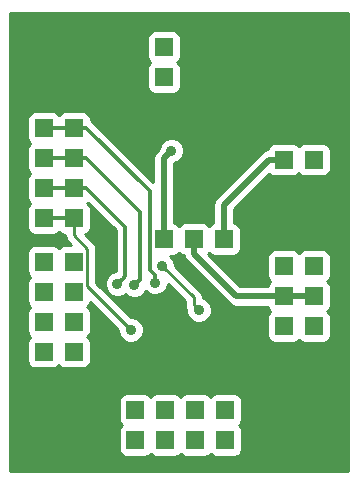
<source format=gbr>
G04 #@! TF.FileFunction,Copper,L1,Top,Signal*
%FSLAX46Y46*%
G04 Gerber Fmt 4.6, Leading zero omitted, Abs format (unit mm)*
G04 Created by KiCad (PCBNEW 0.201503251001+5534~22~ubuntu14.04.1-product) date St 25. březen 2015, 23:52:07 CET*
%MOMM*%
G01*
G04 APERTURE LIST*
%ADD10C,0.300000*%
%ADD11R,1.524000X1.524000*%
%ADD12C,6.000000*%
%ADD13C,0.889000*%
%ADD14C,0.500000*%
%ADD15C,0.254000*%
G04 APERTURE END LIST*
D10*
D11*
X11430000Y34290000D03*
X11430000Y36830000D03*
X13970000Y34290000D03*
X13970000Y36830000D03*
X16510000Y34290000D03*
X16510000Y36830000D03*
X3810000Y13589000D03*
X6350000Y13589000D03*
X3810000Y11049000D03*
X6350000Y11049000D03*
X6350000Y18669000D03*
X3810000Y18669000D03*
X3810000Y16129000D03*
X6350000Y16129000D03*
X24130000Y29845000D03*
X26670000Y29845000D03*
X24130000Y27305000D03*
X26670000Y27305000D03*
X24130000Y24765000D03*
X26670000Y24765000D03*
X11557000Y3556000D03*
X11557000Y6096000D03*
X14097000Y3556000D03*
X14097000Y6096000D03*
X16637000Y6096000D03*
X16637000Y3556000D03*
X19177000Y6096000D03*
X19177000Y3556000D03*
X6350000Y27432000D03*
X3810000Y27432000D03*
X3810000Y24892000D03*
X6350000Y24892000D03*
X6350000Y22352000D03*
X3810000Y22352000D03*
X3810000Y29972000D03*
X6350000Y29972000D03*
X13970000Y20574000D03*
X16510000Y20574000D03*
X19050000Y20574000D03*
X24130000Y20828000D03*
X26670000Y20828000D03*
X24130000Y18288000D03*
X26670000Y18288000D03*
X24130000Y15748000D03*
X26670000Y15748000D03*
X24130000Y13208000D03*
X26670000Y13208000D03*
X24130000Y10668000D03*
X26670000Y10668000D03*
D12*
X5080000Y35560000D03*
X5080000Y5080000D03*
X25400000Y35560000D03*
X25400000Y5080000D03*
D13*
X14605000Y28067000D03*
X24130000Y27305000D03*
X13843000Y18288000D03*
X16930231Y14565769D03*
X11477518Y16700488D03*
X10034704Y16777689D03*
X11176000Y12890500D03*
X13208000Y16890999D03*
D14*
X13970000Y27432000D02*
X14605000Y28067000D01*
X13970000Y20574000D02*
X13970000Y27432000D01*
X22868000Y27305000D02*
X24130000Y27305000D01*
X19050000Y23487000D02*
X22868000Y27305000D01*
X19050000Y20574000D02*
X19050000Y23487000D01*
D15*
X16930231Y14565769D02*
X16485732Y15010268D01*
X16485732Y15010268D02*
X16485732Y15645268D01*
X16485732Y15645268D02*
X13843000Y18288000D01*
D10*
X11938000Y22906000D02*
X11938000Y17160970D01*
X7412000Y27432000D02*
X11938000Y22906000D01*
X6350000Y27432000D02*
X7412000Y27432000D01*
X11922017Y17144987D02*
X11477518Y16700488D01*
X11938000Y17160970D02*
X11922017Y17144987D01*
X6350000Y27432000D02*
X3810000Y27432000D01*
X10667999Y17410984D02*
X10479203Y17222188D01*
X10479203Y17222188D02*
X10034704Y16777689D01*
X10667999Y21636001D02*
X10667999Y17410984D01*
X7412000Y24892000D02*
X10667999Y21636001D01*
X6350000Y24892000D02*
X7412000Y24892000D01*
X6350000Y24892000D02*
X3810000Y24892000D01*
D15*
X10731501Y13334999D02*
X11176000Y12890500D01*
X7493001Y16573499D02*
X10731501Y13334999D01*
X7493001Y19735801D02*
X7493001Y16573499D01*
X6350000Y20878802D02*
X7493001Y19735801D01*
X6350000Y22352000D02*
X6350000Y20878802D01*
D10*
X6350000Y22352000D02*
X3810000Y22352000D01*
D14*
X24130000Y15748000D02*
X26670000Y15748000D01*
X16510000Y20574000D02*
X16510000Y19312000D01*
X16510000Y19312000D02*
X20074000Y15748000D01*
X20074000Y15748000D02*
X22868000Y15748000D01*
X22868000Y15748000D02*
X24130000Y15748000D01*
D10*
X13208000Y17519616D02*
X13208000Y16890999D01*
X12763509Y17964107D02*
X13208000Y17519616D01*
X7412000Y29972000D02*
X12763509Y24620491D01*
X6350000Y29972000D02*
X7412000Y29972000D01*
X12763509Y24620491D02*
X12763509Y17964107D01*
X6350000Y29972000D02*
X3810000Y29972000D01*
D15*
G36*
X29541000Y939000D02*
X28079440Y939000D01*
X28079440Y12446000D01*
X28079440Y13970000D01*
X28032463Y14212123D01*
X27892673Y14424927D01*
X27814458Y14477723D01*
X27886927Y14525327D01*
X28029377Y14736360D01*
X28079440Y14986000D01*
X28079440Y16510000D01*
X28032463Y16752123D01*
X27892673Y16964927D01*
X27814458Y17017723D01*
X27886927Y17065327D01*
X28029377Y17276360D01*
X28079440Y17526000D01*
X28079440Y19050000D01*
X28032463Y19292123D01*
X27892673Y19504927D01*
X27681640Y19647377D01*
X27432000Y19697440D01*
X25908000Y19697440D01*
X25665877Y19650463D01*
X25453073Y19510673D01*
X25400277Y19432459D01*
X25352673Y19504927D01*
X25141640Y19647377D01*
X24892000Y19697440D01*
X23368000Y19697440D01*
X23125877Y19650463D01*
X22913073Y19510673D01*
X22770623Y19299640D01*
X22720560Y19050000D01*
X22720560Y17526000D01*
X22767537Y17283877D01*
X22907327Y17071073D01*
X22985541Y17018278D01*
X22913073Y16970673D01*
X22770623Y16759640D01*
X22745226Y16633000D01*
X20440579Y16633000D01*
X17724105Y19349474D01*
X17726927Y19351327D01*
X17779722Y19429542D01*
X17827327Y19357073D01*
X18038360Y19214623D01*
X18288000Y19164560D01*
X19812000Y19164560D01*
X20054123Y19211537D01*
X20266927Y19351327D01*
X20409377Y19562360D01*
X20459440Y19812000D01*
X20459440Y21336000D01*
X20412463Y21578123D01*
X20272673Y21790927D01*
X20061640Y21933377D01*
X19935000Y21958774D01*
X19935000Y23120421D01*
X22905473Y26090895D01*
X22907327Y26088073D01*
X23118360Y25945623D01*
X23368000Y25895560D01*
X24892000Y25895560D01*
X25134123Y25942537D01*
X25346927Y26082327D01*
X25399722Y26160542D01*
X25447327Y26088073D01*
X25658360Y25945623D01*
X25908000Y25895560D01*
X27432000Y25895560D01*
X27674123Y25942537D01*
X27886927Y26082327D01*
X28029377Y26293360D01*
X28079440Y26543000D01*
X28079440Y28067000D01*
X28032463Y28309123D01*
X27892673Y28521927D01*
X27681640Y28664377D01*
X27432000Y28714440D01*
X25908000Y28714440D01*
X25665877Y28667463D01*
X25453073Y28527673D01*
X25400277Y28449459D01*
X25352673Y28521927D01*
X25141640Y28664377D01*
X24892000Y28714440D01*
X23368000Y28714440D01*
X23125877Y28667463D01*
X22913073Y28527673D01*
X22770623Y28316640D01*
X22740125Y28164565D01*
X22529325Y28122633D01*
X22242210Y27930790D01*
X22242207Y27930787D01*
X18424210Y24112790D01*
X18232367Y23825675D01*
X18221189Y23769485D01*
X18164999Y23487000D01*
X18165000Y23486994D01*
X18165000Y21959576D01*
X18045877Y21936463D01*
X17833073Y21796673D01*
X17780277Y21718459D01*
X17732673Y21790927D01*
X17521640Y21933377D01*
X17272000Y21983440D01*
X15748000Y21983440D01*
X15505877Y21936463D01*
X15293073Y21796673D01*
X15240277Y21718459D01*
X15192673Y21790927D01*
X14981640Y21933377D01*
X14855000Y21958774D01*
X14855000Y27002278D01*
X15215689Y27151311D01*
X15519622Y27454714D01*
X15684313Y27851332D01*
X15684687Y28280784D01*
X15520689Y28677689D01*
X15379440Y28819184D01*
X15379440Y33528000D01*
X15379440Y35052000D01*
X15332463Y35294123D01*
X15192673Y35506927D01*
X15114458Y35559723D01*
X15186927Y35607327D01*
X15329377Y35818360D01*
X15379440Y36068000D01*
X15379440Y37592000D01*
X15332463Y37834123D01*
X15192673Y38046927D01*
X14981640Y38189377D01*
X14732000Y38239440D01*
X13208000Y38239440D01*
X12965877Y38192463D01*
X12753073Y38052673D01*
X12610623Y37841640D01*
X12560560Y37592000D01*
X12560560Y36068000D01*
X12607537Y35825877D01*
X12747327Y35613073D01*
X12825541Y35560278D01*
X12753073Y35512673D01*
X12610623Y35301640D01*
X12560560Y35052000D01*
X12560560Y33528000D01*
X12607537Y33285877D01*
X12747327Y33073073D01*
X12958360Y32930623D01*
X13208000Y32880560D01*
X14732000Y32880560D01*
X14974123Y32927537D01*
X15186927Y33067327D01*
X15329377Y33278360D01*
X15379440Y33528000D01*
X15379440Y28819184D01*
X15217286Y28981622D01*
X14820668Y29146313D01*
X14391216Y29146687D01*
X13994311Y28982689D01*
X13690378Y28679286D01*
X13525687Y28282668D01*
X13525649Y28239229D01*
X13344210Y28057790D01*
X13152367Y27770675D01*
X13141189Y27714485D01*
X13084999Y27432000D01*
X13085000Y27431994D01*
X13085000Y25409158D01*
X7967079Y30527079D01*
X7759440Y30665818D01*
X7759440Y30734000D01*
X7712463Y30976123D01*
X7572673Y31188927D01*
X7361640Y31331377D01*
X7112000Y31381440D01*
X5588000Y31381440D01*
X5345877Y31334463D01*
X5133073Y31194673D01*
X5080277Y31116459D01*
X5032673Y31188927D01*
X4821640Y31331377D01*
X4572000Y31381440D01*
X3048000Y31381440D01*
X2805877Y31334463D01*
X2593073Y31194673D01*
X2450623Y30983640D01*
X2400560Y30734000D01*
X2400560Y29210000D01*
X2447537Y28967877D01*
X2587327Y28755073D01*
X2665541Y28702278D01*
X2593073Y28654673D01*
X2450623Y28443640D01*
X2400560Y28194000D01*
X2400560Y26670000D01*
X2447537Y26427877D01*
X2587327Y26215073D01*
X2665541Y26162278D01*
X2593073Y26114673D01*
X2450623Y25903640D01*
X2400560Y25654000D01*
X2400560Y24130000D01*
X2447537Y23887877D01*
X2587327Y23675073D01*
X2665541Y23622278D01*
X2593073Y23574673D01*
X2450623Y23363640D01*
X2400560Y23114000D01*
X2400560Y21590000D01*
X2447537Y21347877D01*
X2587327Y21135073D01*
X2798360Y20992623D01*
X3048000Y20942560D01*
X4572000Y20942560D01*
X4814123Y20989537D01*
X5026927Y21129327D01*
X5079722Y21207542D01*
X5127327Y21135073D01*
X5338360Y20992623D01*
X5588000Y20942560D01*
X5588000Y20878802D01*
X5646004Y20587197D01*
X5811185Y20339987D01*
X6072731Y20078440D01*
X5588000Y20078440D01*
X5345877Y20031463D01*
X5133073Y19891673D01*
X5080277Y19813459D01*
X5032673Y19885927D01*
X4821640Y20028377D01*
X4572000Y20078440D01*
X3048000Y20078440D01*
X2805877Y20031463D01*
X2593073Y19891673D01*
X2450623Y19680640D01*
X2400560Y19431000D01*
X2400560Y17907000D01*
X2447537Y17664877D01*
X2587327Y17452073D01*
X2665541Y17399278D01*
X2593073Y17351673D01*
X2450623Y17140640D01*
X2400560Y16891000D01*
X2400560Y15367000D01*
X2447537Y15124877D01*
X2587327Y14912073D01*
X2665541Y14859278D01*
X2593073Y14811673D01*
X2450623Y14600640D01*
X2400560Y14351000D01*
X2400560Y12827000D01*
X2447537Y12584877D01*
X2587327Y12372073D01*
X2665541Y12319278D01*
X2593073Y12271673D01*
X2450623Y12060640D01*
X2400560Y11811000D01*
X2400560Y10287000D01*
X2447537Y10044877D01*
X2587327Y9832073D01*
X2798360Y9689623D01*
X3048000Y9639560D01*
X4572000Y9639560D01*
X4814123Y9686537D01*
X5026927Y9826327D01*
X5079722Y9904542D01*
X5127327Y9832073D01*
X5338360Y9689623D01*
X5588000Y9639560D01*
X7112000Y9639560D01*
X7354123Y9686537D01*
X7566927Y9826327D01*
X7709377Y10037360D01*
X7759440Y10287000D01*
X7759440Y11811000D01*
X7712463Y12053123D01*
X7572673Y12265927D01*
X7494458Y12318723D01*
X7566927Y12366327D01*
X7709377Y12577360D01*
X7759440Y12827000D01*
X7759440Y14351000D01*
X7712463Y14593123D01*
X7572673Y14805927D01*
X7494458Y14858723D01*
X7566927Y14906327D01*
X7709377Y15117360D01*
X7736459Y15252410D01*
X10096500Y12892369D01*
X10096313Y12676716D01*
X10260311Y12279811D01*
X10563714Y11975878D01*
X10960332Y11811187D01*
X11389784Y11810813D01*
X11786689Y11974811D01*
X12090622Y12278214D01*
X12255313Y12674832D01*
X12255687Y13104284D01*
X12091689Y13501189D01*
X11788286Y13805122D01*
X11391668Y13969813D01*
X11174128Y13970003D01*
X8255001Y16889129D01*
X8255001Y19735801D01*
X8196998Y20027405D01*
X8196997Y20027406D01*
X8031817Y20274616D01*
X7322944Y20983488D01*
X7354123Y20989537D01*
X7566927Y21129327D01*
X7709377Y21340360D01*
X7759440Y21590000D01*
X7759440Y23114000D01*
X7712463Y23356123D01*
X7572673Y23568927D01*
X7494458Y23621723D01*
X7541329Y23652513D01*
X9882999Y21310843D01*
X9882999Y17857322D01*
X9820920Y17857376D01*
X9424015Y17693378D01*
X9120082Y17389975D01*
X8955391Y16993357D01*
X8955017Y16563905D01*
X9119015Y16167000D01*
X9422418Y15863067D01*
X9819036Y15698376D01*
X10248488Y15698002D01*
X10645393Y15862000D01*
X10717437Y15933919D01*
X10865232Y15785866D01*
X11261850Y15621175D01*
X11691302Y15620801D01*
X12088207Y15784799D01*
X12392140Y16088202D01*
X12419150Y16153250D01*
X12595714Y15976377D01*
X12992332Y15811686D01*
X13421784Y15811312D01*
X13818689Y15975310D01*
X14122622Y16278713D01*
X14287313Y16675331D01*
X14287391Y16765978D01*
X15723732Y15329637D01*
X15723732Y15010268D01*
X15781736Y14718663D01*
X15850773Y14615343D01*
X15850773Y14615342D01*
X15850544Y14351985D01*
X16014542Y13955080D01*
X16317945Y13651147D01*
X16714563Y13486456D01*
X17144015Y13486082D01*
X17540920Y13650080D01*
X17844853Y13953483D01*
X18009544Y14350101D01*
X18009918Y14779553D01*
X17845920Y15176458D01*
X17542517Y15480391D01*
X17247732Y15602797D01*
X17247732Y15645268D01*
X17189728Y15936873D01*
X17024547Y16184083D01*
X17024547Y16184084D01*
X14922499Y18286132D01*
X14922687Y18501784D01*
X14758689Y18898689D01*
X14493281Y19164560D01*
X14732000Y19164560D01*
X14974123Y19211537D01*
X15186927Y19351327D01*
X15239722Y19429542D01*
X15287327Y19357073D01*
X15498360Y19214623D01*
X15650435Y19184126D01*
X15681189Y19029516D01*
X15692367Y18973325D01*
X15884210Y18686210D01*
X19448207Y15122214D01*
X19448210Y15122210D01*
X19735325Y14930367D01*
X20074000Y14862999D01*
X20074000Y14863000D01*
X20074005Y14863000D01*
X22744424Y14863000D01*
X22767537Y14743877D01*
X22907327Y14531073D01*
X22985541Y14478278D01*
X22913073Y14430673D01*
X22770623Y14219640D01*
X22720560Y13970000D01*
X22720560Y12446000D01*
X22767537Y12203877D01*
X22907327Y11991073D01*
X23118360Y11848623D01*
X23368000Y11798560D01*
X24892000Y11798560D01*
X25134123Y11845537D01*
X25346927Y11985327D01*
X25399722Y12063542D01*
X25447327Y11991073D01*
X25658360Y11848623D01*
X25908000Y11798560D01*
X27432000Y11798560D01*
X27674123Y11845537D01*
X27886927Y11985327D01*
X28029377Y12196360D01*
X28079440Y12446000D01*
X28079440Y939000D01*
X20586440Y939000D01*
X20586440Y2794000D01*
X20586440Y4318000D01*
X20539463Y4560123D01*
X20399673Y4772927D01*
X20321458Y4825723D01*
X20393927Y4873327D01*
X20536377Y5084360D01*
X20586440Y5334000D01*
X20586440Y6858000D01*
X20539463Y7100123D01*
X20399673Y7312927D01*
X20188640Y7455377D01*
X19939000Y7505440D01*
X18415000Y7505440D01*
X18172877Y7458463D01*
X17960073Y7318673D01*
X17907277Y7240459D01*
X17859673Y7312927D01*
X17648640Y7455377D01*
X17399000Y7505440D01*
X15875000Y7505440D01*
X15632877Y7458463D01*
X15420073Y7318673D01*
X15367277Y7240459D01*
X15319673Y7312927D01*
X15108640Y7455377D01*
X14859000Y7505440D01*
X13335000Y7505440D01*
X13092877Y7458463D01*
X12880073Y7318673D01*
X12827277Y7240459D01*
X12779673Y7312927D01*
X12568640Y7455377D01*
X12319000Y7505440D01*
X10795000Y7505440D01*
X10552877Y7458463D01*
X10340073Y7318673D01*
X10197623Y7107640D01*
X10147560Y6858000D01*
X10147560Y5334000D01*
X10194537Y5091877D01*
X10334327Y4879073D01*
X10412541Y4826278D01*
X10340073Y4778673D01*
X10197623Y4567640D01*
X10147560Y4318000D01*
X10147560Y2794000D01*
X10194537Y2551877D01*
X10334327Y2339073D01*
X10545360Y2196623D01*
X10795000Y2146560D01*
X12319000Y2146560D01*
X12561123Y2193537D01*
X12773927Y2333327D01*
X12826722Y2411542D01*
X12874327Y2339073D01*
X13085360Y2196623D01*
X13335000Y2146560D01*
X14859000Y2146560D01*
X15101123Y2193537D01*
X15313927Y2333327D01*
X15366722Y2411542D01*
X15414327Y2339073D01*
X15625360Y2196623D01*
X15875000Y2146560D01*
X17399000Y2146560D01*
X17641123Y2193537D01*
X17853927Y2333327D01*
X17906722Y2411542D01*
X17954327Y2339073D01*
X18165360Y2196623D01*
X18415000Y2146560D01*
X19939000Y2146560D01*
X20181123Y2193537D01*
X20393927Y2333327D01*
X20536377Y2544360D01*
X20586440Y2794000D01*
X20586440Y939000D01*
X939000Y939000D01*
X939000Y39701000D01*
X29541000Y39701000D01*
X29541000Y939000D01*
X29541000Y939000D01*
G37*
X29541000Y939000D02*
X28079440Y939000D01*
X28079440Y12446000D01*
X28079440Y13970000D01*
X28032463Y14212123D01*
X27892673Y14424927D01*
X27814458Y14477723D01*
X27886927Y14525327D01*
X28029377Y14736360D01*
X28079440Y14986000D01*
X28079440Y16510000D01*
X28032463Y16752123D01*
X27892673Y16964927D01*
X27814458Y17017723D01*
X27886927Y17065327D01*
X28029377Y17276360D01*
X28079440Y17526000D01*
X28079440Y19050000D01*
X28032463Y19292123D01*
X27892673Y19504927D01*
X27681640Y19647377D01*
X27432000Y19697440D01*
X25908000Y19697440D01*
X25665877Y19650463D01*
X25453073Y19510673D01*
X25400277Y19432459D01*
X25352673Y19504927D01*
X25141640Y19647377D01*
X24892000Y19697440D01*
X23368000Y19697440D01*
X23125877Y19650463D01*
X22913073Y19510673D01*
X22770623Y19299640D01*
X22720560Y19050000D01*
X22720560Y17526000D01*
X22767537Y17283877D01*
X22907327Y17071073D01*
X22985541Y17018278D01*
X22913073Y16970673D01*
X22770623Y16759640D01*
X22745226Y16633000D01*
X20440579Y16633000D01*
X17724105Y19349474D01*
X17726927Y19351327D01*
X17779722Y19429542D01*
X17827327Y19357073D01*
X18038360Y19214623D01*
X18288000Y19164560D01*
X19812000Y19164560D01*
X20054123Y19211537D01*
X20266927Y19351327D01*
X20409377Y19562360D01*
X20459440Y19812000D01*
X20459440Y21336000D01*
X20412463Y21578123D01*
X20272673Y21790927D01*
X20061640Y21933377D01*
X19935000Y21958774D01*
X19935000Y23120421D01*
X22905473Y26090895D01*
X22907327Y26088073D01*
X23118360Y25945623D01*
X23368000Y25895560D01*
X24892000Y25895560D01*
X25134123Y25942537D01*
X25346927Y26082327D01*
X25399722Y26160542D01*
X25447327Y26088073D01*
X25658360Y25945623D01*
X25908000Y25895560D01*
X27432000Y25895560D01*
X27674123Y25942537D01*
X27886927Y26082327D01*
X28029377Y26293360D01*
X28079440Y26543000D01*
X28079440Y28067000D01*
X28032463Y28309123D01*
X27892673Y28521927D01*
X27681640Y28664377D01*
X27432000Y28714440D01*
X25908000Y28714440D01*
X25665877Y28667463D01*
X25453073Y28527673D01*
X25400277Y28449459D01*
X25352673Y28521927D01*
X25141640Y28664377D01*
X24892000Y28714440D01*
X23368000Y28714440D01*
X23125877Y28667463D01*
X22913073Y28527673D01*
X22770623Y28316640D01*
X22740125Y28164565D01*
X22529325Y28122633D01*
X22242210Y27930790D01*
X22242207Y27930787D01*
X18424210Y24112790D01*
X18232367Y23825675D01*
X18221189Y23769485D01*
X18164999Y23487000D01*
X18165000Y23486994D01*
X18165000Y21959576D01*
X18045877Y21936463D01*
X17833073Y21796673D01*
X17780277Y21718459D01*
X17732673Y21790927D01*
X17521640Y21933377D01*
X17272000Y21983440D01*
X15748000Y21983440D01*
X15505877Y21936463D01*
X15293073Y21796673D01*
X15240277Y21718459D01*
X15192673Y21790927D01*
X14981640Y21933377D01*
X14855000Y21958774D01*
X14855000Y27002278D01*
X15215689Y27151311D01*
X15519622Y27454714D01*
X15684313Y27851332D01*
X15684687Y28280784D01*
X15520689Y28677689D01*
X15379440Y28819184D01*
X15379440Y33528000D01*
X15379440Y35052000D01*
X15332463Y35294123D01*
X15192673Y35506927D01*
X15114458Y35559723D01*
X15186927Y35607327D01*
X15329377Y35818360D01*
X15379440Y36068000D01*
X15379440Y37592000D01*
X15332463Y37834123D01*
X15192673Y38046927D01*
X14981640Y38189377D01*
X14732000Y38239440D01*
X13208000Y38239440D01*
X12965877Y38192463D01*
X12753073Y38052673D01*
X12610623Y37841640D01*
X12560560Y37592000D01*
X12560560Y36068000D01*
X12607537Y35825877D01*
X12747327Y35613073D01*
X12825541Y35560278D01*
X12753073Y35512673D01*
X12610623Y35301640D01*
X12560560Y35052000D01*
X12560560Y33528000D01*
X12607537Y33285877D01*
X12747327Y33073073D01*
X12958360Y32930623D01*
X13208000Y32880560D01*
X14732000Y32880560D01*
X14974123Y32927537D01*
X15186927Y33067327D01*
X15329377Y33278360D01*
X15379440Y33528000D01*
X15379440Y28819184D01*
X15217286Y28981622D01*
X14820668Y29146313D01*
X14391216Y29146687D01*
X13994311Y28982689D01*
X13690378Y28679286D01*
X13525687Y28282668D01*
X13525649Y28239229D01*
X13344210Y28057790D01*
X13152367Y27770675D01*
X13141189Y27714485D01*
X13084999Y27432000D01*
X13085000Y27431994D01*
X13085000Y25409158D01*
X7967079Y30527079D01*
X7759440Y30665818D01*
X7759440Y30734000D01*
X7712463Y30976123D01*
X7572673Y31188927D01*
X7361640Y31331377D01*
X7112000Y31381440D01*
X5588000Y31381440D01*
X5345877Y31334463D01*
X5133073Y31194673D01*
X5080277Y31116459D01*
X5032673Y31188927D01*
X4821640Y31331377D01*
X4572000Y31381440D01*
X3048000Y31381440D01*
X2805877Y31334463D01*
X2593073Y31194673D01*
X2450623Y30983640D01*
X2400560Y30734000D01*
X2400560Y29210000D01*
X2447537Y28967877D01*
X2587327Y28755073D01*
X2665541Y28702278D01*
X2593073Y28654673D01*
X2450623Y28443640D01*
X2400560Y28194000D01*
X2400560Y26670000D01*
X2447537Y26427877D01*
X2587327Y26215073D01*
X2665541Y26162278D01*
X2593073Y26114673D01*
X2450623Y25903640D01*
X2400560Y25654000D01*
X2400560Y24130000D01*
X2447537Y23887877D01*
X2587327Y23675073D01*
X2665541Y23622278D01*
X2593073Y23574673D01*
X2450623Y23363640D01*
X2400560Y23114000D01*
X2400560Y21590000D01*
X2447537Y21347877D01*
X2587327Y21135073D01*
X2798360Y20992623D01*
X3048000Y20942560D01*
X4572000Y20942560D01*
X4814123Y20989537D01*
X5026927Y21129327D01*
X5079722Y21207542D01*
X5127327Y21135073D01*
X5338360Y20992623D01*
X5588000Y20942560D01*
X5588000Y20878802D01*
X5646004Y20587197D01*
X5811185Y20339987D01*
X6072731Y20078440D01*
X5588000Y20078440D01*
X5345877Y20031463D01*
X5133073Y19891673D01*
X5080277Y19813459D01*
X5032673Y19885927D01*
X4821640Y20028377D01*
X4572000Y20078440D01*
X3048000Y20078440D01*
X2805877Y20031463D01*
X2593073Y19891673D01*
X2450623Y19680640D01*
X2400560Y19431000D01*
X2400560Y17907000D01*
X2447537Y17664877D01*
X2587327Y17452073D01*
X2665541Y17399278D01*
X2593073Y17351673D01*
X2450623Y17140640D01*
X2400560Y16891000D01*
X2400560Y15367000D01*
X2447537Y15124877D01*
X2587327Y14912073D01*
X2665541Y14859278D01*
X2593073Y14811673D01*
X2450623Y14600640D01*
X2400560Y14351000D01*
X2400560Y12827000D01*
X2447537Y12584877D01*
X2587327Y12372073D01*
X2665541Y12319278D01*
X2593073Y12271673D01*
X2450623Y12060640D01*
X2400560Y11811000D01*
X2400560Y10287000D01*
X2447537Y10044877D01*
X2587327Y9832073D01*
X2798360Y9689623D01*
X3048000Y9639560D01*
X4572000Y9639560D01*
X4814123Y9686537D01*
X5026927Y9826327D01*
X5079722Y9904542D01*
X5127327Y9832073D01*
X5338360Y9689623D01*
X5588000Y9639560D01*
X7112000Y9639560D01*
X7354123Y9686537D01*
X7566927Y9826327D01*
X7709377Y10037360D01*
X7759440Y10287000D01*
X7759440Y11811000D01*
X7712463Y12053123D01*
X7572673Y12265927D01*
X7494458Y12318723D01*
X7566927Y12366327D01*
X7709377Y12577360D01*
X7759440Y12827000D01*
X7759440Y14351000D01*
X7712463Y14593123D01*
X7572673Y14805927D01*
X7494458Y14858723D01*
X7566927Y14906327D01*
X7709377Y15117360D01*
X7736459Y15252410D01*
X10096500Y12892369D01*
X10096313Y12676716D01*
X10260311Y12279811D01*
X10563714Y11975878D01*
X10960332Y11811187D01*
X11389784Y11810813D01*
X11786689Y11974811D01*
X12090622Y12278214D01*
X12255313Y12674832D01*
X12255687Y13104284D01*
X12091689Y13501189D01*
X11788286Y13805122D01*
X11391668Y13969813D01*
X11174128Y13970003D01*
X8255001Y16889129D01*
X8255001Y19735801D01*
X8196998Y20027405D01*
X8196997Y20027406D01*
X8031817Y20274616D01*
X7322944Y20983488D01*
X7354123Y20989537D01*
X7566927Y21129327D01*
X7709377Y21340360D01*
X7759440Y21590000D01*
X7759440Y23114000D01*
X7712463Y23356123D01*
X7572673Y23568927D01*
X7494458Y23621723D01*
X7541329Y23652513D01*
X9882999Y21310843D01*
X9882999Y17857322D01*
X9820920Y17857376D01*
X9424015Y17693378D01*
X9120082Y17389975D01*
X8955391Y16993357D01*
X8955017Y16563905D01*
X9119015Y16167000D01*
X9422418Y15863067D01*
X9819036Y15698376D01*
X10248488Y15698002D01*
X10645393Y15862000D01*
X10717437Y15933919D01*
X10865232Y15785866D01*
X11261850Y15621175D01*
X11691302Y15620801D01*
X12088207Y15784799D01*
X12392140Y16088202D01*
X12419150Y16153250D01*
X12595714Y15976377D01*
X12992332Y15811686D01*
X13421784Y15811312D01*
X13818689Y15975310D01*
X14122622Y16278713D01*
X14287313Y16675331D01*
X14287391Y16765978D01*
X15723732Y15329637D01*
X15723732Y15010268D01*
X15781736Y14718663D01*
X15850773Y14615343D01*
X15850773Y14615342D01*
X15850544Y14351985D01*
X16014542Y13955080D01*
X16317945Y13651147D01*
X16714563Y13486456D01*
X17144015Y13486082D01*
X17540920Y13650080D01*
X17844853Y13953483D01*
X18009544Y14350101D01*
X18009918Y14779553D01*
X17845920Y15176458D01*
X17542517Y15480391D01*
X17247732Y15602797D01*
X17247732Y15645268D01*
X17189728Y15936873D01*
X17024547Y16184083D01*
X17024547Y16184084D01*
X14922499Y18286132D01*
X14922687Y18501784D01*
X14758689Y18898689D01*
X14493281Y19164560D01*
X14732000Y19164560D01*
X14974123Y19211537D01*
X15186927Y19351327D01*
X15239722Y19429542D01*
X15287327Y19357073D01*
X15498360Y19214623D01*
X15650435Y19184126D01*
X15681189Y19029516D01*
X15692367Y18973325D01*
X15884210Y18686210D01*
X19448207Y15122214D01*
X19448210Y15122210D01*
X19735325Y14930367D01*
X20074000Y14862999D01*
X20074000Y14863000D01*
X20074005Y14863000D01*
X22744424Y14863000D01*
X22767537Y14743877D01*
X22907327Y14531073D01*
X22985541Y14478278D01*
X22913073Y14430673D01*
X22770623Y14219640D01*
X22720560Y13970000D01*
X22720560Y12446000D01*
X22767537Y12203877D01*
X22907327Y11991073D01*
X23118360Y11848623D01*
X23368000Y11798560D01*
X24892000Y11798560D01*
X25134123Y11845537D01*
X25346927Y11985327D01*
X25399722Y12063542D01*
X25447327Y11991073D01*
X25658360Y11848623D01*
X25908000Y11798560D01*
X27432000Y11798560D01*
X27674123Y11845537D01*
X27886927Y11985327D01*
X28029377Y12196360D01*
X28079440Y12446000D01*
X28079440Y939000D01*
X20586440Y939000D01*
X20586440Y2794000D01*
X20586440Y4318000D01*
X20539463Y4560123D01*
X20399673Y4772927D01*
X20321458Y4825723D01*
X20393927Y4873327D01*
X20536377Y5084360D01*
X20586440Y5334000D01*
X20586440Y6858000D01*
X20539463Y7100123D01*
X20399673Y7312927D01*
X20188640Y7455377D01*
X19939000Y7505440D01*
X18415000Y7505440D01*
X18172877Y7458463D01*
X17960073Y7318673D01*
X17907277Y7240459D01*
X17859673Y7312927D01*
X17648640Y7455377D01*
X17399000Y7505440D01*
X15875000Y7505440D01*
X15632877Y7458463D01*
X15420073Y7318673D01*
X15367277Y7240459D01*
X15319673Y7312927D01*
X15108640Y7455377D01*
X14859000Y7505440D01*
X13335000Y7505440D01*
X13092877Y7458463D01*
X12880073Y7318673D01*
X12827277Y7240459D01*
X12779673Y7312927D01*
X12568640Y7455377D01*
X12319000Y7505440D01*
X10795000Y7505440D01*
X10552877Y7458463D01*
X10340073Y7318673D01*
X10197623Y7107640D01*
X10147560Y6858000D01*
X10147560Y5334000D01*
X10194537Y5091877D01*
X10334327Y4879073D01*
X10412541Y4826278D01*
X10340073Y4778673D01*
X10197623Y4567640D01*
X10147560Y4318000D01*
X10147560Y2794000D01*
X10194537Y2551877D01*
X10334327Y2339073D01*
X10545360Y2196623D01*
X10795000Y2146560D01*
X12319000Y2146560D01*
X12561123Y2193537D01*
X12773927Y2333327D01*
X12826722Y2411542D01*
X12874327Y2339073D01*
X13085360Y2196623D01*
X13335000Y2146560D01*
X14859000Y2146560D01*
X15101123Y2193537D01*
X15313927Y2333327D01*
X15366722Y2411542D01*
X15414327Y2339073D01*
X15625360Y2196623D01*
X15875000Y2146560D01*
X17399000Y2146560D01*
X17641123Y2193537D01*
X17853927Y2333327D01*
X17906722Y2411542D01*
X17954327Y2339073D01*
X18165360Y2196623D01*
X18415000Y2146560D01*
X19939000Y2146560D01*
X20181123Y2193537D01*
X20393927Y2333327D01*
X20536377Y2544360D01*
X20586440Y2794000D01*
X20586440Y939000D01*
X939000Y939000D01*
X939000Y39701000D01*
X29541000Y39701000D01*
X29541000Y939000D01*
M02*

</source>
